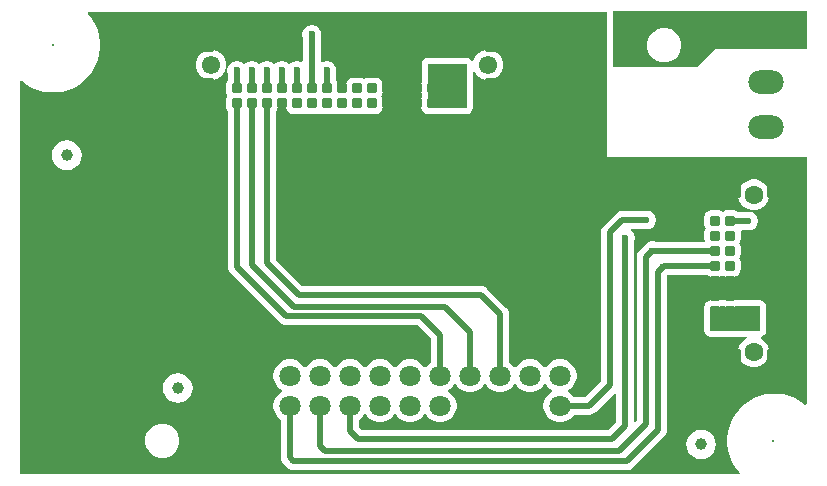
<source format=gtl>
G04*
G04 #@! TF.GenerationSoftware,Altium Limited,Altium Designer,23.8.1 (32)*
G04*
G04 Layer_Physical_Order=1*
G04 Layer_Color=255*
%FSLAX44Y44*%
%MOMM*%
G71*
G04*
G04 #@! TF.SameCoordinates,9A5F4E38-F979-48D4-9C3D-4FC56E0EA2F6*
G04*
G04*
G04 #@! TF.FilePolarity,Positive*
G04*
G01*
G75*
G04:AMPARAMS|DCode=15|XSize=1.2mm|YSize=2.7mm|CornerRadius=0.15mm|HoleSize=0mm|Usage=FLASHONLY|Rotation=180.000|XOffset=0mm|YOffset=0mm|HoleType=Round|Shape=RoundedRectangle|*
%AMROUNDEDRECTD15*
21,1,1.2000,2.4000,0,0,180.0*
21,1,0.9000,2.7000,0,0,180.0*
1,1,0.3000,-0.4500,1.2000*
1,1,0.3000,0.4500,1.2000*
1,1,0.3000,0.4500,-1.2000*
1,1,0.3000,-0.4500,-1.2000*
%
%ADD15ROUNDEDRECTD15*%
G04:AMPARAMS|DCode=16|XSize=0.8mm|YSize=0.8mm|CornerRadius=0.1mm|HoleSize=0mm|Usage=FLASHONLY|Rotation=180.000|XOffset=0mm|YOffset=0mm|HoleType=Round|Shape=RoundedRectangle|*
%AMROUNDEDRECTD16*
21,1,0.8000,0.6000,0,0,180.0*
21,1,0.6000,0.8000,0,0,180.0*
1,1,0.2000,-0.3000,0.3000*
1,1,0.2000,0.3000,0.3000*
1,1,0.2000,0.3000,-0.3000*
1,1,0.2000,-0.3000,-0.3000*
%
%ADD16ROUNDEDRECTD16*%
G04:AMPARAMS|DCode=17|XSize=0.8mm|YSize=0.8mm|CornerRadius=0.1mm|HoleSize=0mm|Usage=FLASHONLY|Rotation=90.000|XOffset=0mm|YOffset=0mm|HoleType=Round|Shape=RoundedRectangle|*
%AMROUNDEDRECTD17*
21,1,0.8000,0.6000,0,0,90.0*
21,1,0.6000,0.8000,0,0,90.0*
1,1,0.2000,0.3000,0.3000*
1,1,0.2000,0.3000,-0.3000*
1,1,0.2000,-0.3000,-0.3000*
1,1,0.2000,-0.3000,0.3000*
%
%ADD17ROUNDEDRECTD17*%
G04:AMPARAMS|DCode=18|XSize=1.2mm|YSize=2.7mm|CornerRadius=0.15mm|HoleSize=0mm|Usage=FLASHONLY|Rotation=90.000|XOffset=0mm|YOffset=0mm|HoleType=Round|Shape=RoundedRectangle|*
%AMROUNDEDRECTD18*
21,1,1.2000,2.4000,0,0,90.0*
21,1,0.9000,2.7000,0,0,90.0*
1,1,0.3000,1.2000,0.4500*
1,1,0.3000,1.2000,-0.4500*
1,1,0.3000,-1.2000,-0.4500*
1,1,0.3000,-1.2000,0.4500*
%
%ADD18ROUNDEDRECTD18*%
%ADD19C,1.0000*%
%ADD26C,1.5500*%
%ADD27C,1.6000*%
%ADD33C,0.5000*%
%ADD34C,0.2540*%
%ADD35O,2.0000X3.0000*%
%ADD36C,1.8000*%
%ADD37C,0.2000*%
%ADD38O,3.0000X2.0000*%
%ADD39C,0.6000*%
G36*
X672393Y397892D02*
Y365920D01*
X594520D01*
X579120Y350520D01*
X508266D01*
Y397893D01*
X672393Y397892D01*
D02*
G37*
G36*
X503168Y397392D02*
Y371582D01*
X503087Y370760D01*
Y360760D01*
X503168Y359938D01*
Y350520D01*
Y274320D01*
X671892D01*
Y79000D01*
X671892Y65154D01*
X670622Y64528D01*
X666971Y67330D01*
X662430Y69952D01*
X657585Y71958D01*
X652521Y73315D01*
X647322Y74000D01*
X642078D01*
X636880Y73315D01*
X631815Y71958D01*
X626971Y69952D01*
X622430Y67330D01*
X618270Y64138D01*
X614562Y60430D01*
X611370Y56270D01*
X608748Y51729D01*
X606742Y46885D01*
X605384Y41820D01*
X604700Y36622D01*
Y31378D01*
X605384Y26179D01*
X606742Y21115D01*
X608748Y16270D01*
X611370Y11729D01*
X614562Y7570D01*
X615254Y6878D01*
X614728Y5608D01*
X5608Y5608D01*
X5608Y324000D01*
Y338865D01*
X6781Y339351D01*
X7269Y338862D01*
X11429Y335670D01*
X15970Y333048D01*
X20815Y331042D01*
X25879Y329685D01*
X31078Y329000D01*
X36322D01*
X41520Y329685D01*
X46585Y331042D01*
X51429Y333048D01*
X55970Y335670D01*
X60130Y338862D01*
X63838Y342570D01*
X67030Y346730D01*
X69652Y351271D01*
X71658Y356115D01*
X73015Y361180D01*
X73700Y366379D01*
Y371622D01*
X73015Y376821D01*
X71658Y381885D01*
X69652Y386730D01*
X67030Y391271D01*
X63838Y395431D01*
X63050Y396219D01*
X63535Y397393D01*
X95420D01*
X503168Y397392D01*
D02*
G37*
%LPC*%
G36*
X553109Y383500D02*
X549291D01*
X545603Y382512D01*
X542297Y380603D01*
X539597Y377903D01*
X537688Y374597D01*
X536700Y370909D01*
Y367091D01*
X537688Y363403D01*
X539597Y360097D01*
X542297Y357397D01*
X545603Y355488D01*
X549291Y354500D01*
X553109D01*
X556797Y355488D01*
X560103Y357397D01*
X562803Y360097D01*
X564712Y363403D01*
X565700Y367091D01*
Y370909D01*
X564712Y374597D01*
X562803Y377903D01*
X560103Y380603D01*
X556797Y382512D01*
X553109Y383500D01*
D02*
G37*
G36*
X403762Y365250D02*
X400405D01*
X397163Y364381D01*
X394255Y362702D01*
X391881Y360328D01*
X390203Y357421D01*
X389747Y355720D01*
X388371Y355493D01*
X387589Y356665D01*
X385935Y357770D01*
X383984Y358158D01*
X350982D01*
X349031Y357770D01*
X347377Y356665D01*
X346272Y355011D01*
X345884Y353060D01*
Y337599D01*
D01*
X345466Y335500D01*
Y329500D01*
X345884Y327401D01*
D01*
Y324899D01*
D01*
X345686Y323904D01*
X345466Y322800D01*
Y316800D01*
X345932Y314459D01*
X347258Y312474D01*
X349243Y311148D01*
X351193Y310760D01*
X351304Y310726D01*
X351343Y310730D01*
X351584Y310682D01*
X357584D01*
X357682Y310702D01*
X364186D01*
X364284Y310682D01*
X370284D01*
X370382Y310702D01*
X376886D01*
X376984Y310682D01*
X382984D01*
X383082Y310702D01*
X383984D01*
X385935Y311090D01*
X387589Y312195D01*
X388694Y313849D01*
X389082Y315800D01*
Y316702D01*
X389101Y316800D01*
Y322800D01*
X389082Y322898D01*
Y329402D01*
X389101Y329500D01*
Y335500D01*
X389082Y335598D01*
Y347104D01*
X390352Y347320D01*
X391881Y344671D01*
X394255Y342297D01*
X397163Y340619D01*
X400405Y339750D01*
X403762D01*
X407005Y340619D01*
X409912Y342297D01*
X412286Y344671D01*
X413965Y347579D01*
X414834Y350821D01*
Y354178D01*
X413965Y357421D01*
X412286Y360328D01*
X409912Y362702D01*
X407005Y364381D01*
X403762Y365250D01*
D02*
G37*
G36*
X254037Y386220D02*
X251931D01*
X249896Y385675D01*
X248072Y384621D01*
X246582Y383132D01*
X245529Y381308D01*
X244984Y379273D01*
Y377167D01*
X245419Y375542D01*
Y355479D01*
X244149Y354746D01*
X243372Y355195D01*
X241337Y355740D01*
X239231D01*
X237196Y355195D01*
X235372Y354141D01*
X233934Y352704D01*
X232496Y354141D01*
X230672Y355195D01*
X228637Y355740D01*
X226531D01*
X224496Y355195D01*
X222672Y354141D01*
X221234Y352704D01*
X219796Y354141D01*
X217972Y355195D01*
X215937Y355740D01*
X213831D01*
X211796Y355195D01*
X209972Y354141D01*
X208534Y352704D01*
X207096Y354141D01*
X205272Y355195D01*
X203237Y355740D01*
X201131D01*
X199096Y355195D01*
X197272Y354141D01*
X195834Y352704D01*
X194396Y354141D01*
X192572Y355195D01*
X190537Y355740D01*
X188431D01*
X186396Y355195D01*
X184572Y354141D01*
X183082Y352652D01*
X182029Y350828D01*
X181484Y348793D01*
Y346687D01*
X181919Y345062D01*
Y339468D01*
X180832Y337841D01*
X180366Y335500D01*
Y329500D01*
X180832Y327159D01*
X181506Y326150D01*
X180832Y325141D01*
X180366Y322800D01*
Y316800D01*
X180832Y314459D01*
X181919Y312832D01*
Y181356D01*
X182177Y179398D01*
X182933Y177574D01*
X184135Y176007D01*
X226044Y134098D01*
X227610Y132896D01*
X229435Y132140D01*
X231393Y131882D01*
X231393Y131882D01*
X342559D01*
X353877Y120564D01*
Y100952D01*
X352846Y100357D01*
X350239Y97750D01*
X349377Y96257D01*
X348107D01*
X347245Y97750D01*
X344638Y100357D01*
X341446Y102200D01*
X337885Y103154D01*
X334199D01*
X330638Y102200D01*
X327446Y100357D01*
X324839Y97750D01*
X323977Y96257D01*
X322707D01*
X321845Y97750D01*
X319238Y100357D01*
X316046Y102200D01*
X312485Y103154D01*
X308799D01*
X305238Y102200D01*
X302046Y100357D01*
X299439Y97750D01*
X298577Y96257D01*
X297307D01*
X296445Y97750D01*
X293838Y100357D01*
X290646Y102200D01*
X287085Y103154D01*
X283399D01*
X279838Y102200D01*
X276646Y100357D01*
X274039Y97750D01*
X273177Y96257D01*
X271907D01*
X271045Y97750D01*
X268438Y100357D01*
X265246Y102200D01*
X261685Y103154D01*
X257999D01*
X254438Y102200D01*
X251246Y100357D01*
X248639Y97750D01*
X247777Y96257D01*
X246507D01*
X245645Y97750D01*
X243038Y100357D01*
X239846Y102200D01*
X236285Y103154D01*
X232599D01*
X229038Y102200D01*
X225846Y100357D01*
X223239Y97750D01*
X221396Y94558D01*
X220442Y90997D01*
Y87311D01*
X221396Y83750D01*
X223239Y80558D01*
X225846Y77951D01*
X227339Y77089D01*
Y75819D01*
X225846Y74957D01*
X223239Y72350D01*
X221396Y69158D01*
X220442Y65597D01*
Y61911D01*
X221396Y58350D01*
X223239Y55158D01*
X225846Y52551D01*
X226877Y51956D01*
Y19947D01*
X227135Y17989D01*
X227891Y16165D01*
X229093Y14598D01*
X232022Y11669D01*
X233589Y10467D01*
X235413Y9711D01*
X237371Y9453D01*
X519938D01*
X521896Y9711D01*
X523721Y10467D01*
X525287Y11669D01*
X551449Y37831D01*
X552651Y39398D01*
X553407Y41222D01*
X553536Y42201D01*
X553665Y43180D01*
X553665Y43180D01*
Y174130D01*
X553760Y174155D01*
X554449Y174553D01*
X587362D01*
X588989Y173466D01*
X591330Y173000D01*
X597330D01*
X599671Y173466D01*
X600680Y174140D01*
X601689Y173466D01*
X604030Y173000D01*
X610030D01*
X612371Y173466D01*
X614356Y174792D01*
X615682Y176777D01*
X616147Y179118D01*
Y185118D01*
X615682Y187459D01*
X615008Y188468D01*
X615682Y189477D01*
X616147Y191818D01*
Y197818D01*
X615682Y200159D01*
X615008Y201168D01*
X615682Y202177D01*
X616147Y204518D01*
Y210518D01*
X615931Y211607D01*
X616736Y212589D01*
X619744D01*
X621249Y212186D01*
X623355D01*
X625390Y212731D01*
X627214Y213784D01*
X628703Y215274D01*
X629757Y217098D01*
X630302Y219133D01*
Y221239D01*
X629757Y223274D01*
X628703Y225098D01*
X627214Y226587D01*
X625390Y227641D01*
X623355Y228186D01*
X621249D01*
X619504Y227718D01*
X614094D01*
X612371Y228870D01*
X610030Y229335D01*
X604030D01*
X601689Y228870D01*
X600680Y228196D01*
X599671Y228870D01*
X597330Y229335D01*
X591330D01*
X588989Y228870D01*
X587004Y227544D01*
X585678Y225559D01*
X585212Y223218D01*
Y217218D01*
X585678Y214877D01*
X586352Y213868D01*
X585678Y212859D01*
X585212Y210518D01*
Y204518D01*
X585442Y203364D01*
X584636Y202383D01*
X543952D01*
X542327Y202818D01*
X540221D01*
X538186Y202273D01*
X536362Y201220D01*
X534872Y199730D01*
X534401Y198914D01*
X530591Y195104D01*
X529389Y193537D01*
X528633Y191712D01*
X528375Y189755D01*
Y51393D01*
X526898Y49916D01*
X525725Y50402D01*
Y203062D01*
X526160Y204687D01*
Y206793D01*
X525615Y208828D01*
X524562Y210652D01*
X523072Y212142D01*
X523066Y212145D01*
X523406Y213415D01*
X533262D01*
X534887Y212980D01*
X536993D01*
X539028Y213525D01*
X540852Y214578D01*
X542342Y216068D01*
X543395Y217892D01*
X543940Y219927D01*
Y222033D01*
X543395Y224068D01*
X542342Y225892D01*
X540852Y227382D01*
X539028Y228435D01*
X536993Y228980D01*
X534887D01*
X533262Y228545D01*
X515620D01*
X513662Y228287D01*
X511838Y227531D01*
X510271Y226329D01*
X510271Y226329D01*
X500111Y216169D01*
X498909Y214602D01*
X498153Y212778D01*
X497895Y210820D01*
Y84413D01*
X484800Y71319D01*
X474840D01*
X474245Y72350D01*
X471638Y74957D01*
X470145Y75819D01*
Y77089D01*
X471638Y77951D01*
X474245Y80558D01*
X476088Y83750D01*
X477042Y87311D01*
Y90997D01*
X476088Y94558D01*
X474245Y97750D01*
X471638Y100357D01*
X468446Y102200D01*
X464885Y103154D01*
X461199D01*
X457638Y102200D01*
X454446Y100357D01*
X451839Y97750D01*
X450977Y96257D01*
X449707D01*
X448845Y97750D01*
X446238Y100357D01*
X443046Y102200D01*
X439485Y103154D01*
X435799D01*
X432238Y102200D01*
X429046Y100357D01*
X426439Y97750D01*
X425577Y96257D01*
X424307D01*
X423445Y97750D01*
X420838Y100357D01*
X419807Y100952D01*
Y141478D01*
X419807Y141478D01*
X419549Y143436D01*
X418793Y145260D01*
X417591Y146827D01*
X417591Y146827D01*
X401630Y162788D01*
X400063Y163990D01*
X398238Y164746D01*
X396281Y165004D01*
X244818D01*
X222449Y187374D01*
Y312832D01*
X223536Y314459D01*
X224001Y316800D01*
Y322203D01*
X224391Y322992D01*
X225180Y323382D01*
X229987D01*
X230777Y322992D01*
X231166Y322203D01*
Y316800D01*
X231632Y314459D01*
X232958Y312474D01*
X234943Y311148D01*
X237284Y310682D01*
X243284D01*
X245625Y311148D01*
X246634Y311822D01*
X247643Y311148D01*
X249984Y310682D01*
X255984D01*
X258325Y311148D01*
X259334Y311822D01*
X260343Y311148D01*
X262684Y310682D01*
X268684D01*
X271025Y311148D01*
X272034Y311822D01*
X273043Y311148D01*
X275384Y310682D01*
X281384D01*
X283725Y311148D01*
X284734Y311822D01*
X285743Y311148D01*
X288084Y310682D01*
X294084D01*
X296425Y311148D01*
X297434Y311822D01*
X298443Y311148D01*
X300784Y310682D01*
X306784D01*
X309125Y311148D01*
X311110Y312474D01*
X312436Y314459D01*
X312901Y316800D01*
Y317070D01*
Y322800D01*
X312436Y325141D01*
X311762Y326150D01*
X312436Y327159D01*
X312901Y329500D01*
Y335500D01*
X312436Y337841D01*
X311110Y339826D01*
X309125Y341152D01*
X306784Y341617D01*
X300784D01*
X298443Y341152D01*
X297434Y340478D01*
X296425Y341152D01*
X294084Y341617D01*
X288084D01*
X285743Y341152D01*
X283758Y339826D01*
X282432Y337841D01*
X281966Y335500D01*
Y330096D01*
X281576Y329307D01*
X280787Y328917D01*
X275980D01*
X275191Y329307D01*
X274801Y330096D01*
Y335500D01*
X274336Y337841D01*
X273249Y339468D01*
Y345062D01*
X273684Y346687D01*
Y348793D01*
X273139Y350828D01*
X272085Y352652D01*
X270596Y354141D01*
X268772Y355195D01*
X266737Y355740D01*
X264631D01*
X262596Y355195D01*
X261819Y354746D01*
X260549Y355479D01*
Y375542D01*
X260984Y377167D01*
Y379273D01*
X260439Y381308D01*
X259386Y383132D01*
X257896Y384621D01*
X256072Y385675D01*
X254037Y386220D01*
D02*
G37*
G36*
X169062Y365250D02*
X165705D01*
X162463Y364381D01*
X159555Y362702D01*
X157181Y360328D01*
X155503Y357421D01*
X154634Y354178D01*
Y350821D01*
X155503Y347579D01*
X157181Y344671D01*
X159555Y342297D01*
X162463Y340619D01*
X165705Y339750D01*
X169062D01*
X172305Y340619D01*
X175212Y342297D01*
X177586Y344671D01*
X179265Y347579D01*
X180134Y350821D01*
Y354178D01*
X179265Y357421D01*
X177586Y360328D01*
X175212Y362702D01*
X172305Y364381D01*
X169062Y365250D01*
D02*
G37*
G36*
X45466Y288452D02*
X42203Y288022D01*
X39162Y286763D01*
X36551Y284759D01*
X34547Y282148D01*
X33288Y279107D01*
X32858Y275844D01*
X33288Y272581D01*
X34547Y269540D01*
X36551Y266929D01*
X39162Y264925D01*
X42203Y263666D01*
X45466Y263236D01*
X48729Y263666D01*
X51770Y264925D01*
X54381Y266929D01*
X56385Y269540D01*
X57644Y272581D01*
X58074Y275844D01*
X57644Y279107D01*
X56385Y282148D01*
X54381Y284759D01*
X51770Y286763D01*
X48729Y288022D01*
X45466Y288452D01*
D02*
G37*
G36*
X628741Y255318D02*
X625318D01*
X622012Y254432D01*
X619048Y252721D01*
X616627Y250300D01*
X614916Y247336D01*
X614030Y244029D01*
Y240606D01*
X614916Y237300D01*
X616627Y234336D01*
X619048Y231915D01*
X622012Y230204D01*
X625318Y229318D01*
X628741D01*
X632048Y230204D01*
X635012Y231915D01*
X637432Y234336D01*
X639144Y237300D01*
X640030Y240606D01*
Y244029D01*
X639144Y247336D01*
X637432Y250300D01*
X635012Y252721D01*
X632048Y254432D01*
X628741Y255318D01*
D02*
G37*
G36*
X610030Y153135D02*
X604030D01*
X603182Y152967D01*
X602925Y153018D01*
X602423D01*
X601931Y153116D01*
X599429D01*
X598937Y153018D01*
X598435D01*
X598178Y152967D01*
X597330Y153135D01*
X591330D01*
X588989Y152670D01*
X587004Y151344D01*
X585678Y149359D01*
X585290Y147409D01*
X585256Y147298D01*
X585260Y147259D01*
X585212Y147018D01*
Y141018D01*
X585232Y140920D01*
Y134416D01*
X585212Y134318D01*
Y128318D01*
X585232Y128220D01*
Y127318D01*
X585620Y125367D01*
X586725Y123713D01*
X588379Y122608D01*
X590330Y122220D01*
X591231D01*
X591330Y122200D01*
X597330D01*
X597428Y122220D01*
X603932D01*
X604030Y122200D01*
X610030D01*
X610128Y122220D01*
X621010D01*
X621350Y120950D01*
X619048Y119621D01*
X616627Y117200D01*
X614916Y114236D01*
X614030Y110929D01*
Y107506D01*
X614916Y104200D01*
X616627Y101236D01*
X619048Y98815D01*
X622012Y97104D01*
X625318Y96218D01*
X628741D01*
X632048Y97104D01*
X635012Y98815D01*
X637432Y101236D01*
X639144Y104200D01*
X640030Y107506D01*
Y110929D01*
X639144Y114236D01*
X637432Y117200D01*
X635012Y119621D01*
X632646Y120987D01*
X632899Y122307D01*
X634411Y122608D01*
X636065Y123713D01*
X637170Y125367D01*
X637558Y127318D01*
Y148018D01*
X637170Y149969D01*
X636065Y151623D01*
X634411Y152728D01*
X632460Y153116D01*
X612129D01*
X611637Y153018D01*
X611135D01*
X610878Y152967D01*
X610030Y153135D01*
D02*
G37*
G36*
X139528Y91348D02*
X136265Y90918D01*
X133224Y89659D01*
X130613Y87655D01*
X128609Y85044D01*
X127350Y82003D01*
X126920Y78740D01*
X127350Y75477D01*
X128609Y72436D01*
X130613Y69825D01*
X133224Y67821D01*
X136265Y66562D01*
X139528Y66132D01*
X142791Y66562D01*
X145832Y67821D01*
X148443Y69825D01*
X150447Y72436D01*
X151706Y75477D01*
X152136Y78740D01*
X151706Y82003D01*
X150447Y85044D01*
X148443Y87655D01*
X145832Y89659D01*
X142791Y90918D01*
X139528Y91348D01*
D02*
G37*
G36*
X128209Y48500D02*
X124391D01*
X120703Y47512D01*
X117397Y45603D01*
X114697Y42903D01*
X112788Y39597D01*
X111800Y35909D01*
Y32091D01*
X112788Y28403D01*
X114697Y25097D01*
X117397Y22397D01*
X120703Y20488D01*
X124391Y19500D01*
X128209D01*
X131897Y20488D01*
X135203Y22397D01*
X137903Y25097D01*
X139812Y28403D01*
X140800Y32091D01*
Y35909D01*
X139812Y39597D01*
X137903Y42903D01*
X135203Y45603D01*
X131897Y47512D01*
X128209Y48500D01*
D02*
G37*
G36*
X582504Y43596D02*
X579241Y43166D01*
X576200Y41907D01*
X573589Y39903D01*
X571585Y37292D01*
X570326Y34251D01*
X569896Y30988D01*
X570326Y27725D01*
X571585Y24684D01*
X573589Y22073D01*
X576200Y20069D01*
X579241Y18810D01*
X582504Y18380D01*
X585767Y18810D01*
X588808Y20069D01*
X591419Y22073D01*
X593423Y24684D01*
X594682Y27725D01*
X595112Y30988D01*
X594682Y34251D01*
X593423Y37292D01*
X591419Y39903D01*
X588808Y41907D01*
X585767Y43166D01*
X582504Y43596D01*
D02*
G37*
%LPD*%
G36*
X383984Y315800D02*
X351804Y315800D01*
X351402Y316289D01*
X351001Y317070D01*
Y322800D01*
X350833Y323648D01*
X350884Y323904D01*
Y324407D01*
X350982Y324899D01*
Y327401D01*
X350884Y327893D01*
Y328395D01*
X350833Y328652D01*
X351001Y329500D01*
Y335500D01*
X350833Y336348D01*
X350884Y336604D01*
Y337107D01*
X350982Y337599D01*
Y353060D01*
X383984D01*
Y315800D01*
D02*
G37*
G36*
X451839Y80558D02*
X454446Y77951D01*
X455939Y77089D01*
Y75819D01*
X454446Y74957D01*
X451839Y72350D01*
X449996Y69158D01*
X449042Y65597D01*
Y61911D01*
X449996Y58350D01*
X451839Y55158D01*
X454446Y52551D01*
X457638Y50708D01*
X461199Y49754D01*
X464885D01*
X468446Y50708D01*
X471638Y52551D01*
X474245Y55158D01*
X474840Y56189D01*
X487934D01*
X489892Y56447D01*
X491716Y57203D01*
X493283Y58405D01*
X509422Y74544D01*
X510595Y74058D01*
Y50003D01*
X503717Y43125D01*
X295233D01*
X292807Y45552D01*
Y51956D01*
X293838Y52551D01*
X296445Y55158D01*
X297307Y56651D01*
X298577D01*
X299439Y55158D01*
X302046Y52551D01*
X305238Y50708D01*
X308799Y49754D01*
X312485D01*
X316046Y50708D01*
X319238Y52551D01*
X321845Y55158D01*
X322707Y56651D01*
X323977D01*
X324839Y55158D01*
X327446Y52551D01*
X330638Y50708D01*
X334199Y49754D01*
X337885D01*
X341446Y50708D01*
X344638Y52551D01*
X347245Y55158D01*
X348107Y56651D01*
X349377D01*
X350239Y55158D01*
X352846Y52551D01*
X356038Y50708D01*
X359599Y49754D01*
X363285D01*
X366846Y50708D01*
X370038Y52551D01*
X372645Y55158D01*
X374488Y58350D01*
X375442Y61911D01*
Y65597D01*
X374488Y69158D01*
X372645Y72350D01*
X370038Y74957D01*
X368545Y75819D01*
Y77089D01*
X370038Y77951D01*
X372645Y80558D01*
X373507Y82051D01*
X374777D01*
X375639Y80558D01*
X378246Y77951D01*
X381438Y76108D01*
X384999Y75154D01*
X388685D01*
X392246Y76108D01*
X395438Y77951D01*
X398045Y80558D01*
X398907Y82051D01*
X400177D01*
X401039Y80558D01*
X403646Y77951D01*
X406838Y76108D01*
X410399Y75154D01*
X414085D01*
X417646Y76108D01*
X420838Y77951D01*
X423445Y80558D01*
X424307Y82051D01*
X425577D01*
X426439Y80558D01*
X429046Y77951D01*
X432238Y76108D01*
X435799Y75154D01*
X439485D01*
X443046Y76108D01*
X446238Y77951D01*
X448845Y80558D01*
X449707Y82051D01*
X450977D01*
X451839Y80558D01*
D02*
G37*
G36*
X632460Y127318D02*
X590330D01*
Y146798D01*
X591312Y147604D01*
X591330Y147600D01*
X597330D01*
X599429Y148018D01*
X601931D01*
X604030Y147600D01*
X610030D01*
X612129Y148018D01*
X632460D01*
Y127318D01*
D02*
G37*
D15*
X164384Y328000D02*
D03*
Y377000D02*
D03*
X405084Y328000D02*
D03*
Y377000D02*
D03*
D16*
X189484Y319800D02*
D03*
Y332500D02*
D03*
X202184D02*
D03*
X214884D02*
D03*
X227584D02*
D03*
X240284D02*
D03*
X252984D02*
D03*
X265684D02*
D03*
X278384D02*
D03*
X291084D02*
D03*
X303784D02*
D03*
X316484D02*
D03*
X329184D02*
D03*
X341884D02*
D03*
X354584D02*
D03*
X367284D02*
D03*
X379984D02*
D03*
X202184Y319800D02*
D03*
X214884D02*
D03*
X227584D02*
D03*
X240284D02*
D03*
X252984D02*
D03*
X265684D02*
D03*
X278384D02*
D03*
X291084D02*
D03*
X303784D02*
D03*
X316484D02*
D03*
X329184D02*
D03*
X341884D02*
D03*
X354584D02*
D03*
X367284D02*
D03*
X379984D02*
D03*
D17*
X607030Y220218D02*
D03*
X594330D02*
D03*
Y207518D02*
D03*
Y194818D02*
D03*
Y182118D02*
D03*
Y169418D02*
D03*
Y156718D02*
D03*
Y144018D02*
D03*
Y131318D02*
D03*
X607030Y207518D02*
D03*
Y194818D02*
D03*
Y182118D02*
D03*
Y169418D02*
D03*
Y156718D02*
D03*
Y144018D02*
D03*
Y131318D02*
D03*
D18*
X602530Y245318D02*
D03*
X651530D02*
D03*
X602530Y106218D02*
D03*
X651530D02*
D03*
D19*
X582504Y30988D02*
D03*
X139528Y78740D02*
D03*
X45466Y275844D02*
D03*
D26*
X167384Y352500D02*
D03*
X402084D02*
D03*
D27*
X627030Y109218D02*
D03*
Y242318D02*
D03*
D33*
X535940Y189755D02*
X541003Y194818D01*
X550672Y181610D02*
X550943D01*
X550401D02*
X550672D01*
X546100Y177309D02*
X550401Y181610D01*
X551451Y182118D02*
X594330D01*
X550943Y181610D02*
X551451Y182118D01*
X546100Y43180D02*
Y177309D01*
X541274Y194818D02*
X541274Y194818D01*
X594330D02*
X594330Y194818D01*
X541003Y194818D02*
X541274D01*
X535940Y48260D02*
Y189755D01*
X541274Y194818D02*
X594330D01*
X505460Y210820D02*
X515620Y220980D01*
X535940D01*
X518160Y46870D02*
Y205740D01*
X506850Y35560D02*
X518160Y46870D01*
X396281Y157439D02*
X412242Y141478D01*
X214884Y184240D02*
X241685Y157439D01*
X396281D01*
X202184Y182798D02*
X237535Y147447D01*
X365633D02*
X386842Y126238D01*
X237535Y147447D02*
X365633D01*
X231393Y139447D02*
X345693D01*
X361442Y123698D01*
X189484Y181356D02*
X231393Y139447D01*
X189484Y181356D02*
Y319800D01*
X214884Y184240D02*
Y319800D01*
X202184Y182798D02*
Y319800D01*
X237371Y17018D02*
X519938D01*
X546100Y43180D01*
X264160Y25400D02*
X513080D01*
X535940Y48260D01*
X292100Y35560D02*
X506850D01*
X234442Y19947D02*
X237371Y17018D01*
X234442Y19947D02*
Y63754D01*
X259842Y29718D02*
X264160Y25400D01*
X505460Y81280D02*
Y210820D01*
X607094Y220154D02*
X622143D01*
X285242Y42418D02*
X292100Y35560D01*
X285242Y42418D02*
Y63754D01*
X259842Y29718D02*
Y63754D01*
X487934D02*
X505460Y81280D01*
X463042Y63754D02*
X487934D01*
X386842Y89154D02*
Y126238D01*
X412242Y89154D02*
Y141478D01*
X361442Y89154D02*
Y123698D01*
X265684Y332500D02*
Y347740D01*
X252984Y332500D02*
Y378220D01*
X240284Y332500D02*
Y347740D01*
X227584Y332500D02*
Y347740D01*
X214884Y332500D02*
Y347740D01*
X202184Y332500D02*
Y347740D01*
X189484Y332500D02*
Y347740D01*
D34*
X622143Y220154D02*
X622207Y220090D01*
X607030Y220218D02*
X607094Y220154D01*
D35*
X518160Y365760D02*
D03*
X492760D02*
D03*
D36*
X234442Y89154D02*
D03*
X259842D02*
D03*
X285242D02*
D03*
X310642D02*
D03*
X336042D02*
D03*
X361442D02*
D03*
X386842D02*
D03*
X412242D02*
D03*
X437642D02*
D03*
X463042D02*
D03*
X234442Y63754D02*
D03*
X259842D02*
D03*
X285242D02*
D03*
X310642D02*
D03*
X336042D02*
D03*
X361442D02*
D03*
X386842D02*
D03*
X412242D02*
D03*
X437642D02*
D03*
X463042D02*
D03*
D37*
X643700Y34000D02*
D03*
X33700Y369000D02*
D03*
D38*
X637540Y299720D02*
D03*
Y337820D02*
D03*
Y375920D02*
D03*
D39*
X550672Y181610D02*
D03*
X541274Y194818D02*
D03*
X535940Y220980D02*
D03*
X518160Y205740D02*
D03*
X622302Y220186D02*
D03*
X622270Y144018D02*
D03*
Y131318D02*
D03*
X265684Y347740D02*
D03*
X379984D02*
D03*
X367284D02*
D03*
X354584D02*
D03*
X341884D02*
D03*
X329184D02*
D03*
X316484D02*
D03*
X252984Y378220D02*
D03*
X240284Y347740D02*
D03*
X227584D02*
D03*
X214884D02*
D03*
X202184D02*
D03*
X189484D02*
D03*
M02*

</source>
